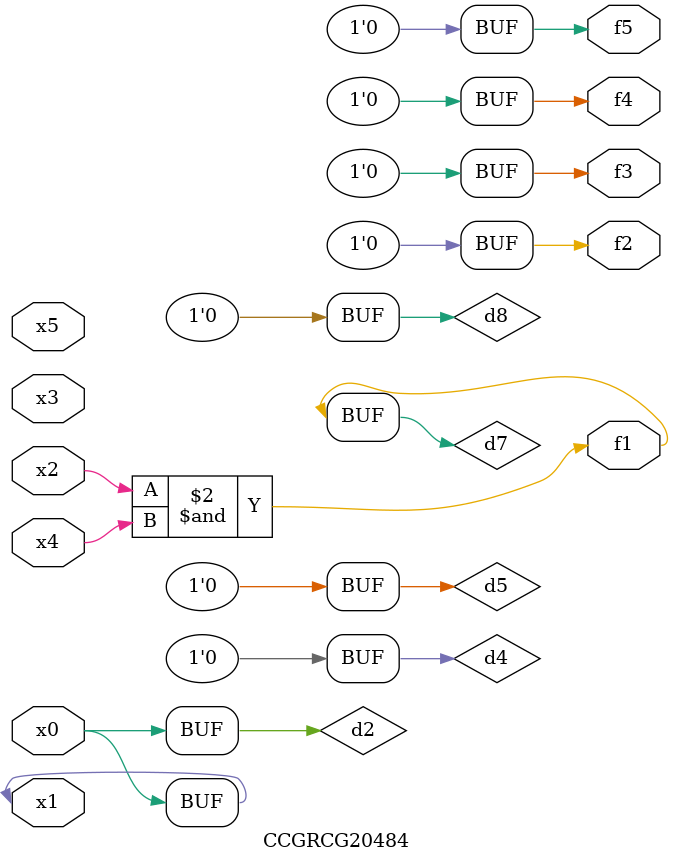
<source format=v>
module CCGRCG20484(
	input x0, x1, x2, x3, x4, x5,
	output f1, f2, f3, f4, f5
);

	wire d1, d2, d3, d4, d5, d6, d7, d8, d9;

	nand (d1, x1);
	buf (d2, x0, x1);
	nand (d3, x2, x4);
	and (d4, d1, d2);
	and (d5, d1, d2);
	nand (d6, d1, d3);
	not (d7, d3);
	xor (d8, d5);
	nor (d9, d5, d6);
	assign f1 = d7;
	assign f2 = d8;
	assign f3 = d8;
	assign f4 = d8;
	assign f5 = d8;
endmodule

</source>
